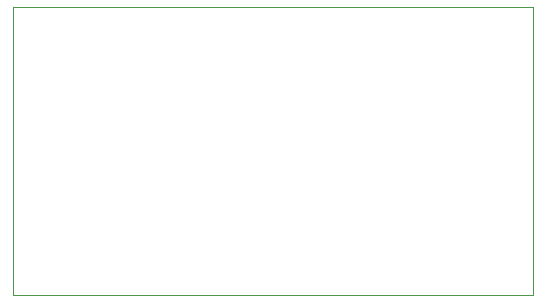
<source format=gbr>
%TF.GenerationSoftware,Altium Limited,Altium Designer,23.5.1 (21)*%
G04 Layer_Color=8388736*
%FSLAX45Y45*%
%MOMM*%
%TF.SameCoordinates,90272B24-A97A-474C-8309-4AF10B7EB36B*%
%TF.FilePolarity,Positive*%
%TF.FileFunction,Other,Board_Outline*%
%TF.Part,Single*%
G01*
G75*
%TA.AperFunction,NonConductor*%
%ADD28C,0.00003*%
D28*
X-50000Y0D02*
Y2440000D01*
X4350000D01*
Y0D02*
Y2440000D01*
X-50000Y0D02*
X4350000D01*
%TF.MD5,718e82bf0b486e75c8fb44e64106c235*%
M02*

</source>
